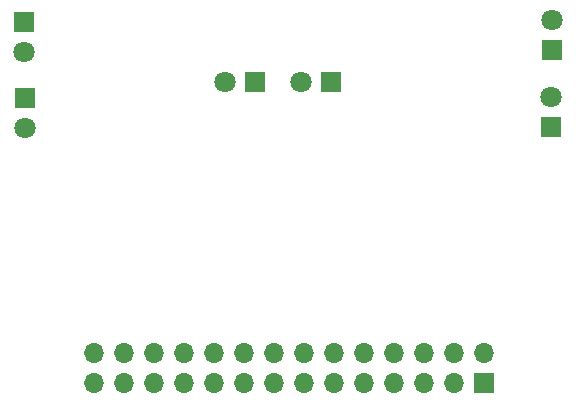
<source format=gbr>
%TF.GenerationSoftware,KiCad,Pcbnew,8.0.0*%
%TF.CreationDate,2024-03-24T12:33:32+02:00*%
%TF.ProjectId,Sensing systemV3,53656e73-696e-4672-9073-797374656d56,rev?*%
%TF.SameCoordinates,Original*%
%TF.FileFunction,Soldermask,Bot*%
%TF.FilePolarity,Negative*%
%FSLAX46Y46*%
G04 Gerber Fmt 4.6, Leading zero omitted, Abs format (unit mm)*
G04 Created by KiCad (PCBNEW 8.0.0) date 2024-03-24 12:33:32*
%MOMM*%
%LPD*%
G01*
G04 APERTURE LIST*
%ADD10R,1.800000X1.800000*%
%ADD11C,1.800000*%
%ADD12O,1.700000X1.700000*%
%ADD13R,1.700000X1.700000*%
G04 APERTURE END LIST*
D10*
%TO.C,D2*%
X80935000Y-78638400D03*
D11*
X78395000Y-78638400D03*
%TD*%
D10*
%TO.C,D5*%
X87440000Y-78643000D03*
D11*
X84900000Y-78643000D03*
%TD*%
D10*
%TO.C,D6*%
X106070400Y-82438400D03*
D11*
X106070400Y-79898400D03*
%TD*%
D10*
%TO.C,D4*%
X61441600Y-73507600D03*
D11*
X61441600Y-76047600D03*
%TD*%
D10*
%TO.C,D1*%
X61468000Y-79972000D03*
D11*
X61468000Y-82512000D03*
%TD*%
D10*
%TO.C,D3*%
X106078400Y-75939800D03*
D11*
X106078400Y-73399800D03*
%TD*%
D12*
%TO.C,J1*%
X67310000Y-101600000D03*
X67310000Y-104140000D03*
X69850000Y-101600000D03*
X69850000Y-104140000D03*
X72390000Y-101600000D03*
X72390000Y-104140000D03*
X74930000Y-101600000D03*
X74930000Y-104140000D03*
X77470000Y-101600000D03*
X77470000Y-104140000D03*
X80010000Y-101600000D03*
X80010000Y-104140000D03*
X82550000Y-101600000D03*
X82550000Y-104140000D03*
X85090000Y-101600000D03*
X85090000Y-104140000D03*
X87630000Y-101600000D03*
X87630000Y-104140000D03*
X90170000Y-101600000D03*
X90170000Y-104140000D03*
X92710000Y-101600000D03*
X92710000Y-104140000D03*
X95250000Y-101600000D03*
X95250000Y-104140000D03*
X97790000Y-101600000D03*
X97790000Y-104140000D03*
X100330000Y-101600000D03*
D13*
X100330000Y-104140000D03*
%TD*%
M02*

</source>
